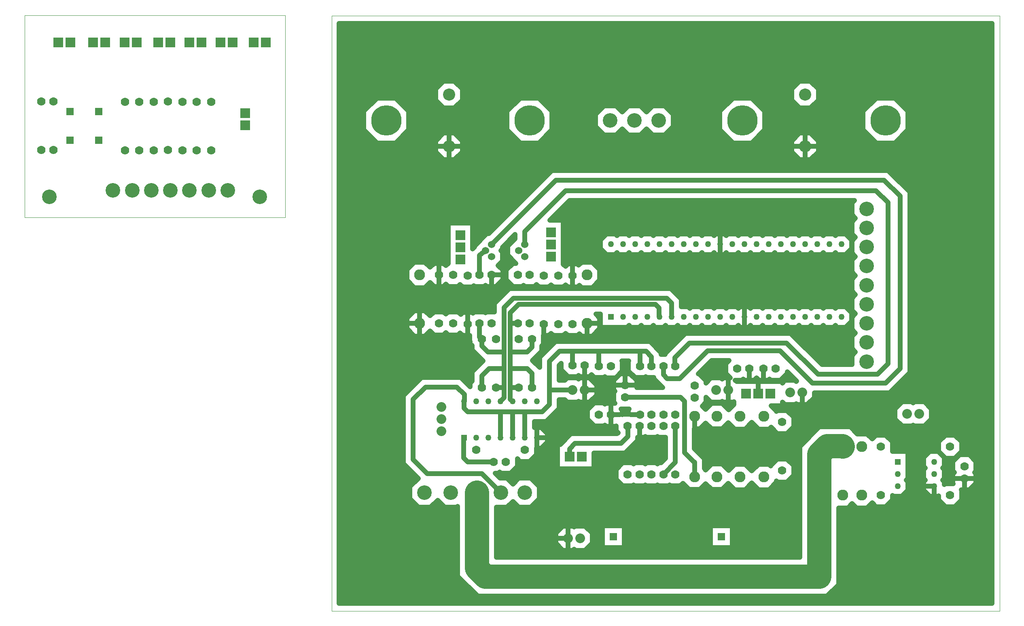
<source format=gbr>
G04 PROTEUS GERBER X2 FILE*
%TF.GenerationSoftware,Labcenter,Proteus,8.15-SP1-Build34318*%
%TF.CreationDate,2023-09-22T11:42:13+00:00*%
%TF.FileFunction,Copper,L1,Top*%
%TF.FilePolarity,Positive*%
%TF.Part,Single*%
%TF.SameCoordinates,{8a78c1d3-1a7b-4f14-8512-878e163c9550}*%
%FSLAX45Y45*%
%MOMM*%
G01*
%TA.AperFunction,Conductor*%
%ADD10C,1.016000*%
%ADD11C,5.080000*%
%TA.AperFunction,ComponentPad*%
%ADD12C,2.286000*%
%ADD13C,1.778000*%
%TA.AperFunction,ComponentPad*%
%ADD14R,2.032000X2.032000*%
%TA.AperFunction,ComponentPad*%
%ADD15C,2.032000*%
%TA.AperFunction,ComponentPad*%
%ADD16R,1.270000X1.270000*%
%ADD17C,1.270000*%
%TA.AperFunction,ComponentPad*%
%ADD18R,1.524000X1.524000*%
%TA.AperFunction,ComponentPad*%
%ADD19C,1.524000*%
%TA.AperFunction,OtherPad,Unknown*%
%ADD70C,3.048000*%
%TA.AperFunction,ComponentPad*%
%ADD71C,2.540000*%
%ADD20C,6.350000*%
%TA.AperFunction,ComponentPad*%
%ADD21C,3.048000*%
%TA.AperFunction,Profile*%
%ADD22C,0.101600*%
%TD.AperFunction*%
%TA.AperFunction,Conductor*%
G36*
X+7876500Y-3516500D02*
X-5786500Y-3516500D01*
X-5786500Y+8636500D01*
X+7876500Y+8636500D01*
X+7876500Y-3516500D01*
G37*
%TD.AperFunction*%
%LPC*%
G36*
X+5764081Y+5493683D02*
X+6157564Y+5100200D01*
X+6157564Y+1320198D01*
X+5734167Y+896801D01*
X+4157999Y+896801D01*
X+4157999Y+794790D01*
X+4009210Y+646001D01*
X+3798790Y+646001D01*
X+3777000Y+667791D01*
X+3755210Y+646001D01*
X+3544790Y+646001D01*
X+3487999Y+702792D01*
X+3487999Y+620001D01*
X+3257168Y+620001D01*
X+3366699Y+510470D01*
X+3366699Y+507947D01*
X+3384051Y+525299D01*
X+3583949Y+525299D01*
X+3725299Y+383949D01*
X+3725299Y+184051D01*
X+3583949Y+42701D01*
X+3384051Y+42701D01*
X+3251960Y+174791D01*
X+3210470Y+133301D01*
X+2989530Y+133301D01*
X+2850000Y+272831D01*
X+2710470Y+133301D01*
X+2489530Y+133301D01*
X+2358000Y+264831D01*
X+2230470Y+137301D01*
X+2009530Y+137301D01*
X+1885000Y+261831D01*
X+1760470Y+137301D01*
X+1643199Y+137301D01*
X+1643199Y-272303D01*
X+1853199Y-482303D01*
X+1853199Y-692030D01*
X+1885000Y-723831D01*
X+2009530Y-599301D01*
X+2230470Y-599301D01*
X+2362000Y-730831D01*
X+2489530Y-603301D01*
X+2710470Y-603301D01*
X+2850000Y-742831D01*
X+2989530Y-603301D01*
X+3210470Y-603301D01*
X+3242701Y-635532D01*
X+3242701Y-632051D01*
X+3384051Y-490701D01*
X+3583949Y-490701D01*
X+3725299Y-632051D01*
X+3725299Y-831949D01*
X+3583949Y-973299D01*
X+3384051Y-973299D01*
X+3366699Y-955947D01*
X+3366699Y-980470D01*
X+3210470Y-1136699D01*
X+2989530Y-1136699D01*
X+2850000Y-997169D01*
X+2710470Y-1136699D01*
X+2489530Y-1136699D01*
X+2358000Y-1005169D01*
X+2230470Y-1132699D01*
X+2009530Y-1132699D01*
X+1885000Y-1008169D01*
X+1760470Y-1132699D01*
X+1539530Y-1132699D01*
X+1407039Y-1000209D01*
X+1349949Y-1057299D01*
X+1150051Y-1057299D01*
X+1125000Y-1032248D01*
X+1099949Y-1057299D01*
X+900051Y-1057299D01*
X+875000Y-1032248D01*
X+849949Y-1057299D01*
X+650051Y-1057299D01*
X+625000Y-1032248D01*
X+599949Y-1057299D01*
X+400051Y-1057299D01*
X+375000Y-1032248D01*
X+349949Y-1057299D01*
X+150051Y-1057299D01*
X+8701Y-915949D01*
X+8701Y-716051D01*
X+150051Y-574701D01*
X+349949Y-574701D01*
X+375000Y-599752D01*
X+400051Y-574701D01*
X+599949Y-574701D01*
X+625000Y-599752D01*
X+650051Y-574701D01*
X+849949Y-574701D01*
X+875000Y-599752D01*
X+900051Y-574701D01*
X+953933Y-574701D01*
X+1046801Y-481833D01*
X+1046801Y-41299D01*
X+900051Y-41299D01*
X+875000Y-16248D01*
X+849949Y-41299D01*
X+650051Y-41299D01*
X+625000Y-16248D01*
X+599949Y-41299D01*
X+461148Y-41299D01*
X+461148Y-106878D01*
X+197470Y-370556D01*
X-457800Y-370556D01*
X-457800Y-693798D01*
X-1219798Y-693798D01*
X-1219798Y-185800D01*
X-1158747Y-185800D01*
X-937105Y+35842D01*
X+29136Y+35842D01*
X+51023Y+57729D01*
X+8701Y+100051D01*
X+8701Y+201453D01*
X-51Y+192701D01*
X-199949Y+192701D01*
X-228000Y+220752D01*
X-250051Y+198701D01*
X-449949Y+198701D01*
X-591299Y+340051D01*
X-591299Y+539949D01*
X-449949Y+681299D01*
X-250051Y+681299D01*
X-222000Y+653248D01*
X-199949Y+675299D01*
X-16547Y+675299D01*
X-41299Y+700051D01*
X-41299Y+899949D01*
X-14248Y+927000D01*
X-41299Y+954051D01*
X-41299Y+1153949D01*
X+100051Y+1295299D01*
X+299949Y+1295299D01*
X+441299Y+1153949D01*
X+441299Y+1003199D01*
X+985177Y+1003199D01*
X+796801Y+1191575D01*
X+796801Y+1214701D01*
X+650051Y+1214701D01*
X+628999Y+1235751D01*
X+606783Y+1213535D01*
X+406885Y+1213535D01*
X+265535Y+1354885D01*
X+265535Y+1554783D01*
X+272768Y+1562016D01*
X+129232Y+1562016D01*
X+141299Y+1549949D01*
X+141299Y+1350051D01*
X-51Y+1208701D01*
X-199949Y+1208701D01*
X-228001Y+1236751D01*
X-250051Y+1214701D01*
X-449949Y+1214701D01*
X-506166Y+1270918D01*
X-545217Y+1231867D01*
X-745115Y+1231867D01*
X-772166Y+1258918D01*
X-799217Y+1231867D01*
X-999115Y+1231867D01*
X-1140465Y+1373217D01*
X-1140465Y+1515547D01*
X-1182710Y+1473302D01*
X-1182710Y+1153199D01*
X-1060010Y+1153199D01*
X-1009210Y+1203999D01*
X-798790Y+1203999D01*
X-777000Y+1182209D01*
X-755210Y+1203999D01*
X-544790Y+1203999D01*
X-396001Y+1055210D01*
X-396001Y+844790D01*
X-544790Y+696001D01*
X-755210Y+696001D01*
X-777000Y+717791D01*
X-798790Y+696001D01*
X-1009210Y+696001D01*
X-1060010Y+746801D01*
X-1182710Y+746801D01*
X-1182710Y+567839D01*
X-1453748Y+296801D01*
X-1696801Y+296801D01*
X-1696801Y+165899D01*
X-1556572Y+165899D01*
X-1430101Y+39428D01*
X-1430101Y-139428D01*
X-1556572Y-265899D01*
X-1658701Y-265899D01*
X-1658701Y-399949D01*
X-1800051Y-541299D01*
X-1999949Y-541299D01*
X-2058701Y-482547D01*
X-2058701Y-649949D01*
X-2200051Y-791299D01*
X-2399949Y-791299D01*
X-2427001Y-764249D01*
X-2454051Y-791299D01*
X-2521335Y-791299D01*
X-2417433Y-895201D01*
X-2273748Y-895201D01*
X-2150000Y-1018949D01*
X-2026252Y-895201D01*
X-1773748Y-895201D01*
X-1595201Y-1073748D01*
X-1595201Y-1326252D01*
X-1773748Y-1504799D01*
X-2026252Y-1504799D01*
X-2150000Y-1381051D01*
X-2273748Y-1504799D01*
X-2493601Y-1504799D01*
X-2493601Y-2553601D01*
X+3851782Y-2553601D01*
X+3851782Y-228504D01*
X+4260518Y+180232D01*
X+4910502Y+180232D01*
X+5058035Y+32699D01*
X+5260470Y+32699D01*
X+5367960Y-74792D01*
X+5450051Y+7299D01*
X+5649949Y+7299D01*
X+5791299Y-134051D01*
X+5791299Y-333949D01*
X+5791147Y-334101D01*
X+6115899Y-334101D01*
X+6115899Y-893428D01*
X+6078327Y-931000D01*
X+6115899Y-968572D01*
X+6115899Y-1147428D01*
X+5989428Y-1273899D01*
X+5810572Y-1273899D01*
X+5791299Y-1254626D01*
X+5791299Y-1349949D01*
X+5649949Y-1491299D01*
X+5450051Y-1491299D01*
X+5367960Y-1409209D01*
X+5260470Y-1516699D01*
X+5039530Y-1516699D01*
X+4950000Y-1427169D01*
X+4860470Y-1516699D01*
X+4664580Y-1516699D01*
X+4664580Y-3128335D01*
X+4426516Y-3366399D01*
X-2888335Y-3366399D01*
X-3306399Y-2948335D01*
X-3306399Y-1487450D01*
X-3323748Y-1504799D01*
X-3576252Y-1504799D01*
X-3725000Y-1356051D01*
X-3873748Y-1504799D01*
X-4126252Y-1504799D01*
X-4304799Y-1326252D01*
X-4304799Y-1073748D01*
X-4130815Y-899764D01*
X-4441562Y-589017D01*
X-4441562Y+838864D01*
X-4063827Y+1216599D01*
X-3236974Y+1216599D01*
X-3041299Y+1020924D01*
X-3041299Y+1099949D01*
X-3003199Y+1138049D01*
X-3003199Y+1334167D01*
X-2775340Y+1562026D01*
X-2819630Y+1606317D01*
X-3005931Y+1792618D01*
X-3005931Y+1880683D01*
X-3041299Y+1916051D01*
X-3041299Y+1969933D01*
X-3053198Y+1981832D01*
X-3053198Y+2066000D01*
X-3053199Y+2092701D01*
X-3199949Y+2092701D01*
X-3258000Y+2150752D01*
X-3300051Y+2108701D01*
X-3499949Y+2108701D01*
X-3550000Y+2158752D01*
X-3600051Y+2108701D01*
X-3799949Y+2108701D01*
X-3882040Y+2190791D01*
X-3989530Y+2083301D01*
X-4210470Y+2083301D01*
X-4366699Y+2239530D01*
X-4366699Y+2460470D01*
X-4210470Y+2616699D01*
X-3989530Y+2616699D01*
X-3882040Y+2509208D01*
X-3799949Y+2591299D01*
X-3600051Y+2591299D01*
X-3550000Y+2541248D01*
X-3499949Y+2591299D01*
X-3300051Y+2591299D01*
X-3242000Y+2533248D01*
X-3199949Y+2575299D01*
X-3000051Y+2575299D01*
X-2983001Y+2558247D01*
X-2949949Y+2591299D01*
X-2750051Y+2591299D01*
X-2725000Y+2566248D01*
X-2699949Y+2591299D01*
X-2533199Y+2591299D01*
X-2533199Y+2762786D01*
X-2221285Y+3074700D01*
X+1157326Y+3074700D01*
X+1373199Y+2858827D01*
X+1373199Y+2699899D01*
X+1513428Y+2699899D01*
X+1551000Y+2662327D01*
X+1588572Y+2699899D01*
X+1767428Y+2699899D01*
X+1805000Y+2662327D01*
X+1842572Y+2699899D01*
X+2021428Y+2699899D01*
X+2059000Y+2662327D01*
X+2096572Y+2699899D01*
X+2275428Y+2699899D01*
X+2313000Y+2662327D01*
X+2350572Y+2699899D01*
X+2529428Y+2699899D01*
X+2567000Y+2662327D01*
X+2604572Y+2699899D01*
X+2783428Y+2699899D01*
X+2821000Y+2662327D01*
X+2858572Y+2699899D01*
X+3037428Y+2699899D01*
X+3075000Y+2662327D01*
X+3112572Y+2699899D01*
X+3291428Y+2699899D01*
X+3329000Y+2662327D01*
X+3366572Y+2699899D01*
X+3545428Y+2699899D01*
X+3583000Y+2662327D01*
X+3620572Y+2699899D01*
X+3799428Y+2699899D01*
X+3837000Y+2662327D01*
X+3874572Y+2699899D01*
X+4053428Y+2699899D01*
X+4091000Y+2662327D01*
X+4128572Y+2699899D01*
X+4307428Y+2699899D01*
X+4345000Y+2662327D01*
X+4382572Y+2699899D01*
X+4561428Y+2699899D01*
X+4599000Y+2662327D01*
X+4636572Y+2699899D01*
X+4815428Y+2699899D01*
X+4941899Y+2573428D01*
X+4941899Y+2394572D01*
X+4815428Y+2268101D01*
X+4636572Y+2268101D01*
X+4599000Y+2305673D01*
X+4561428Y+2268101D01*
X+4382572Y+2268101D01*
X+4345000Y+2305673D01*
X+4307428Y+2268101D01*
X+4128572Y+2268101D01*
X+4091000Y+2305673D01*
X+4053428Y+2268101D01*
X+3874572Y+2268101D01*
X+3837000Y+2305673D01*
X+3799428Y+2268101D01*
X+3620572Y+2268101D01*
X+3583000Y+2305673D01*
X+3545428Y+2268101D01*
X+3366572Y+2268101D01*
X+3329000Y+2305673D01*
X+3291428Y+2268101D01*
X+3112572Y+2268101D01*
X+3075000Y+2305673D01*
X+3037428Y+2268101D01*
X+2858572Y+2268101D01*
X+2821000Y+2305673D01*
X+2783428Y+2268101D01*
X+2604572Y+2268101D01*
X+2567000Y+2305673D01*
X+2529428Y+2268101D01*
X+2350572Y+2268101D01*
X+2313000Y+2305673D01*
X+2275428Y+2268101D01*
X+2096572Y+2268101D01*
X+2059000Y+2305673D01*
X+2021428Y+2268101D01*
X+1842572Y+2268101D01*
X+1805000Y+2305673D01*
X+1767428Y+2268101D01*
X+1588572Y+2268101D01*
X+1551000Y+2305673D01*
X+1513428Y+2268101D01*
X+1334572Y+2268101D01*
X+1297000Y+2305673D01*
X+1259428Y+2268101D01*
X+1080572Y+2268101D01*
X+1042999Y+2305672D01*
X+1005428Y+2268101D01*
X+826572Y+2268101D01*
X+789000Y+2305673D01*
X+751428Y+2268101D01*
X+572572Y+2268101D01*
X+535000Y+2305673D01*
X+497428Y+2268101D01*
X+318572Y+2268101D01*
X+281000Y+2305673D01*
X+243428Y+2268101D01*
X-315899Y+2268101D01*
X-315899Y+2541382D01*
X-414213Y+2541382D01*
X-333301Y+2460470D01*
X-333301Y+2239530D01*
X-489530Y+2083301D01*
X-710470Y+2083301D01*
X-759961Y+2132791D01*
X-800051Y+2092701D01*
X-999949Y+2092701D01*
X-1050000Y+2142752D01*
X-1100051Y+2092701D01*
X-1299949Y+2092701D01*
X-1350000Y+2142752D01*
X-1400051Y+2092701D01*
X-1508701Y+2092701D01*
X-1508701Y+1916051D01*
X-1546801Y+1877951D01*
X-1546801Y+1765833D01*
X-1737634Y+1575000D01*
X-1589108Y+1426474D01*
X-1589108Y+1641636D01*
X-1262331Y+1968413D01*
X-984169Y+1968413D01*
X-984168Y+1968414D01*
X+718952Y+1968414D01*
X+953199Y+1734167D01*
X+953199Y+1697299D01*
X+1035507Y+1697299D01*
X+1035507Y+1716966D01*
X+1458471Y+2139930D01*
X+3660703Y+2139930D01*
X+4317434Y+1483199D01*
X+4945201Y+1483199D01*
X+4945201Y+1676252D01*
X+5018949Y+1750000D01*
X+4945201Y+1823748D01*
X+4945201Y+2076252D01*
X+5018949Y+2150000D01*
X+4945201Y+2223748D01*
X+4945201Y+2476252D01*
X+5018949Y+2550000D01*
X+4945201Y+2623748D01*
X+4945201Y+2876252D01*
X+5018949Y+2950000D01*
X+4945201Y+3023748D01*
X+4945201Y+3276252D01*
X+5018949Y+3350000D01*
X+4945201Y+3423748D01*
X+4945201Y+3676252D01*
X+5018949Y+3750000D01*
X+4945201Y+3823748D01*
X+4945201Y+4076252D01*
X+5018949Y+4150000D01*
X+4945201Y+4223748D01*
X+4945201Y+4476252D01*
X+5018949Y+4550000D01*
X+4945201Y+4623748D01*
X+4945201Y+4876252D01*
X+4995750Y+4926801D01*
X-958696Y+4926801D01*
X-1373498Y+4511999D01*
X-1096001Y+4511999D01*
X-1096001Y+3587249D01*
X-1050000Y+3541248D01*
X-999949Y+3591299D01*
X-800051Y+3591299D01*
X-775961Y+3567208D01*
X-710470Y+3632699D01*
X-489530Y+3632699D01*
X-333301Y+3476470D01*
X-333301Y+3255530D01*
X-489530Y+3099301D01*
X-710470Y+3099301D01*
X-759961Y+3148791D01*
X-800051Y+3108701D01*
X-999949Y+3108701D01*
X-1050000Y+3158752D01*
X-1100051Y+3108701D01*
X-1299949Y+3108701D01*
X-1350000Y+3158752D01*
X-1400051Y+3108701D01*
X-1599949Y+3108701D01*
X-1658000Y+3166752D01*
X-1700051Y+3124701D01*
X-1899949Y+3124701D01*
X-1925000Y+3149752D01*
X-1950051Y+3124701D01*
X-2149949Y+3124701D01*
X-2291299Y+3266051D01*
X-2291299Y+3465949D01*
X-2149949Y+3607299D01*
X-2084587Y+3607299D01*
X-2255599Y+3778311D01*
X-2255599Y+3967689D01*
X-2103199Y+4120089D01*
X-2103199Y+4209435D01*
X-2371401Y+3941233D01*
X-2371401Y+3905311D01*
X-2403712Y+3873000D01*
X-2371401Y+3840689D01*
X-2371401Y+3651311D01*
X-2457732Y+3564980D01*
X-2358701Y+3465949D01*
X-2358701Y+3266051D01*
X-2500051Y+3124701D01*
X-2699949Y+3124701D01*
X-2725001Y+3149751D01*
X-2750051Y+3124701D01*
X-2949949Y+3124701D01*
X-2967000Y+3141752D01*
X-3000051Y+3108701D01*
X-3199949Y+3108701D01*
X-3258000Y+3166752D01*
X-3300051Y+3124701D01*
X-3499949Y+3124701D01*
X-3550000Y+3174752D01*
X-3600051Y+3124701D01*
X-3799949Y+3124701D01*
X-3882040Y+3206791D01*
X-3989530Y+3099301D01*
X-4210470Y+3099301D01*
X-4366699Y+3255530D01*
X-4366699Y+3476470D01*
X-4210470Y+3632699D01*
X-3989530Y+3632699D01*
X-3882040Y+3525208D01*
X-3799949Y+3607299D01*
X-3600051Y+3607299D01*
X-3550000Y+3557248D01*
X-3503999Y+3603249D01*
X-3503999Y+4453999D01*
X-2996001Y+4453999D01*
X-2996001Y+3910029D01*
X-2955599Y+3950431D01*
X-2955599Y+3967689D01*
X-2694689Y+4228599D01*
X-2658767Y+4228599D01*
X-1334167Y+5553199D01*
X+5704565Y+5553199D01*
X+5764081Y+5493683D01*
G37*
G36*
X+4941899Y+4097428D02*
X+4941899Y+3918572D01*
X+4815428Y+3792101D01*
X+4636572Y+3792101D01*
X+4599000Y+3829673D01*
X+4561428Y+3792101D01*
X+4382572Y+3792101D01*
X+4345000Y+3829673D01*
X+4307428Y+3792101D01*
X+4128572Y+3792101D01*
X+4091000Y+3829673D01*
X+4053428Y+3792101D01*
X+3874572Y+3792101D01*
X+3837000Y+3829673D01*
X+3799428Y+3792101D01*
X+3620572Y+3792101D01*
X+3583000Y+3829673D01*
X+3545428Y+3792101D01*
X+3366572Y+3792101D01*
X+3329000Y+3829673D01*
X+3291428Y+3792101D01*
X+3112572Y+3792101D01*
X+3075000Y+3829673D01*
X+3037428Y+3792101D01*
X+2858572Y+3792101D01*
X+2821000Y+3829673D01*
X+2783428Y+3792101D01*
X+2604572Y+3792101D01*
X+2567000Y+3829673D01*
X+2529428Y+3792101D01*
X+2350572Y+3792101D01*
X+2313000Y+3829673D01*
X+2275428Y+3792101D01*
X+2096572Y+3792101D01*
X+2059000Y+3829673D01*
X+2021428Y+3792101D01*
X+1842572Y+3792101D01*
X+1805000Y+3829673D01*
X+1767428Y+3792101D01*
X+1588572Y+3792101D01*
X+1551000Y+3829673D01*
X+1513428Y+3792101D01*
X+1334572Y+3792101D01*
X+1297000Y+3829673D01*
X+1259428Y+3792101D01*
X+1080572Y+3792101D01*
X+1043000Y+3829673D01*
X+1005428Y+3792101D01*
X+826572Y+3792101D01*
X+789000Y+3829673D01*
X+751428Y+3792101D01*
X+572572Y+3792101D01*
X+535000Y+3829673D01*
X+497428Y+3792101D01*
X+318572Y+3792101D01*
X+281000Y+3829673D01*
X+243428Y+3792101D01*
X+64572Y+3792101D01*
X+27000Y+3829673D01*
X-10572Y+3792101D01*
X-189428Y+3792101D01*
X-315899Y+3918572D01*
X-315899Y+4097428D01*
X-189428Y+4223899D01*
X-10572Y+4223899D01*
X+27000Y+4186327D01*
X+64572Y+4223899D01*
X+243428Y+4223899D01*
X+281000Y+4186327D01*
X+318572Y+4223899D01*
X+497428Y+4223899D01*
X+535000Y+4186327D01*
X+572572Y+4223899D01*
X+751428Y+4223899D01*
X+789000Y+4186327D01*
X+826572Y+4223899D01*
X+1005428Y+4223899D01*
X+1043000Y+4186327D01*
X+1080572Y+4223899D01*
X+1259428Y+4223899D01*
X+1297000Y+4186327D01*
X+1334572Y+4223899D01*
X+1513428Y+4223899D01*
X+1551000Y+4186327D01*
X+1588572Y+4223899D01*
X+1767428Y+4223899D01*
X+1805000Y+4186327D01*
X+1842572Y+4223899D01*
X+2021428Y+4223899D01*
X+2059000Y+4186327D01*
X+2096572Y+4223899D01*
X+2275428Y+4223899D01*
X+2313000Y+4186327D01*
X+2350572Y+4223899D01*
X+2529428Y+4223899D01*
X+2567000Y+4186327D01*
X+2604572Y+4223899D01*
X+2783428Y+4223899D01*
X+2821000Y+4186327D01*
X+2858572Y+4223899D01*
X+3037428Y+4223899D01*
X+3075000Y+4186327D01*
X+3112572Y+4223899D01*
X+3291428Y+4223899D01*
X+3329000Y+4186327D01*
X+3366572Y+4223899D01*
X+3545428Y+4223899D01*
X+3583000Y+4186327D01*
X+3620572Y+4223899D01*
X+3799428Y+4223899D01*
X+3837000Y+4186327D01*
X+3874572Y+4223899D01*
X+4053428Y+4223899D01*
X+4091000Y+4186327D01*
X+4128572Y+4223899D01*
X+4307428Y+4223899D01*
X+4345000Y+4186327D01*
X+4382572Y+4223899D01*
X+4561428Y+4223899D01*
X+4599000Y+4186327D01*
X+4636572Y+4223899D01*
X+4815428Y+4223899D01*
X+4941899Y+4097428D01*
G37*
G36*
X-492001Y-2044790D02*
X-492001Y-2255210D01*
X-640790Y-2403999D01*
X-851210Y-2403999D01*
X-873000Y-2382209D01*
X-894790Y-2403999D01*
X-1105210Y-2403999D01*
X-1253999Y-2255210D01*
X-1253999Y-2044790D01*
X-1105210Y-1896001D01*
X-894790Y-1896001D01*
X-873000Y-1917791D01*
X-851210Y-1896001D01*
X-640790Y-1896001D01*
X-492001Y-2044790D01*
G37*
G36*
X-278599Y-1887401D02*
X+178599Y-1887401D01*
X+178599Y-2344599D01*
X-278599Y-2344599D01*
X-278599Y-1887401D01*
G37*
G36*
X+1981401Y-1887401D02*
X+2438599Y-1887401D01*
X+2438599Y-2344599D01*
X+1981401Y-2344599D01*
X+1981401Y-1887401D01*
G37*
G36*
X-3371089Y+5777041D02*
X-3602551Y+5777041D01*
X-3766219Y+5940709D01*
X-3766219Y+6172171D01*
X-3602551Y+6335839D01*
X-3371089Y+6335839D01*
X-3207421Y+6172171D01*
X-3207421Y+5940709D01*
X-3371089Y+5777041D01*
G37*
G36*
X-3371089Y+6864161D02*
X-3602551Y+6864161D01*
X-3766219Y+7027829D01*
X-3766219Y+7259291D01*
X-3602551Y+7422959D01*
X-3371089Y+7422959D01*
X-3207421Y+7259291D01*
X-3207421Y+7027829D01*
X-3371089Y+6864161D01*
G37*
G36*
X-4605361Y+6130101D02*
X-4994639Y+6130101D01*
X-5269899Y+6405361D01*
X-5269899Y+6794639D01*
X-4994639Y+7069899D01*
X-4605361Y+7069899D01*
X-4330101Y+6794639D01*
X-4330101Y+6405361D01*
X-4605361Y+6130101D01*
G37*
G36*
X-1608161Y+6130101D02*
X-1997439Y+6130101D01*
X-2272699Y+6405361D01*
X-2272699Y+6794639D01*
X-1997439Y+7069899D01*
X-1608161Y+7069899D01*
X-1332901Y+6794639D01*
X-1332901Y+6405361D01*
X-1608161Y+6130101D01*
G37*
G36*
X+4078911Y+5777041D02*
X+3847449Y+5777041D01*
X+3683781Y+5940709D01*
X+3683781Y+6172171D01*
X+3847449Y+6335839D01*
X+4078911Y+6335839D01*
X+4242579Y+6172171D01*
X+4242579Y+5940709D01*
X+4078911Y+5777041D01*
G37*
G36*
X+4078911Y+6864161D02*
X+3847449Y+6864161D01*
X+3683781Y+7027829D01*
X+3683781Y+7259291D01*
X+3847449Y+7422959D01*
X+4078911Y+7422959D01*
X+4242579Y+7259291D01*
X+4242579Y+7027829D01*
X+4078911Y+6864161D01*
G37*
G36*
X+2844639Y+6130101D02*
X+2455361Y+6130101D01*
X+2180101Y+6405361D01*
X+2180101Y+6794639D01*
X+2455361Y+7069899D01*
X+2844639Y+7069899D01*
X+3119899Y+6794639D01*
X+3119899Y+6405361D01*
X+2844639Y+6130101D01*
G37*
G36*
X+5841839Y+6130101D02*
X+5452561Y+6130101D01*
X+5177301Y+6405361D01*
X+5177301Y+6794639D01*
X+5452561Y+7069899D01*
X+5841839Y+7069899D01*
X+6117099Y+6794639D01*
X+6117099Y+6405361D01*
X+5841839Y+6130101D01*
G37*
G36*
X+1204799Y+6726252D02*
X+1204799Y+6473748D01*
X+1026252Y+6295201D01*
X+773748Y+6295201D01*
X+646000Y+6422949D01*
X+518252Y+6295201D01*
X+265748Y+6295201D01*
X+138000Y+6422949D01*
X+10252Y+6295201D01*
X-242252Y+6295201D01*
X-420799Y+6473748D01*
X-420799Y+6726252D01*
X-242252Y+6904799D01*
X+10252Y+6904799D01*
X+138000Y+6777051D01*
X+265748Y+6904799D01*
X+518252Y+6904799D01*
X+646000Y+6777051D01*
X+773748Y+6904799D01*
X+1026252Y+6904799D01*
X+1204799Y+6726252D01*
G37*
G36*
X+6607999Y+555210D02*
X+6607999Y+344790D01*
X+6459210Y+196001D01*
X+6248790Y+196001D01*
X+6227000Y+217791D01*
X+6205210Y+196001D01*
X+5994790Y+196001D01*
X+5846001Y+344790D01*
X+5846001Y+555210D01*
X+5994790Y+703999D01*
X+6205210Y+703999D01*
X+6227000Y+682209D01*
X+6248790Y+703999D01*
X+6459210Y+703999D01*
X+6607999Y+555210D01*
G37*
G36*
X+6877899Y-460572D02*
X+6877899Y-639428D01*
X+6840327Y-677000D01*
X+6877899Y-714572D01*
X+6877899Y-893428D01*
X+6840327Y-931000D01*
X+6877899Y-968572D01*
X+6877899Y-1030853D01*
X+6900051Y-1008701D01*
X+7067453Y-1008701D01*
X+7058701Y-999949D01*
X+7058701Y-800051D01*
X+7085752Y-773000D01*
X+7058701Y-745949D01*
X+7058701Y-546051D01*
X+7200051Y-404701D01*
X+7399949Y-404701D01*
X+7541299Y-546051D01*
X+7541299Y-745949D01*
X+7514248Y-773000D01*
X+7541299Y-800051D01*
X+7541299Y-999949D01*
X+7399949Y-1141299D01*
X+7232547Y-1141299D01*
X+7241299Y-1150051D01*
X+7241299Y-1349949D01*
X+7099949Y-1491299D01*
X+6900051Y-1491299D01*
X+6758701Y-1349949D01*
X+6758701Y-1266626D01*
X+6751428Y-1273899D01*
X+6572572Y-1273899D01*
X+6446101Y-1147428D01*
X+6446101Y-968572D01*
X+6483673Y-931000D01*
X+6446101Y-893428D01*
X+6446101Y-714572D01*
X+6483673Y-677000D01*
X+6446101Y-639428D01*
X+6446101Y-460572D01*
X+6572572Y-334101D01*
X+6751428Y-334101D01*
X+6877899Y-460572D01*
G37*
G36*
X+7099949Y-475299D02*
X+6900051Y-475299D01*
X+6758701Y-333949D01*
X+6758701Y-134051D01*
X+6900051Y+7299D01*
X+7099949Y+7299D01*
X+7241299Y-134051D01*
X+7241299Y-333949D01*
X+7099949Y-475299D01*
G37*
%LPD*%
%TA.AperFunction,Conductor*%
G36*
X+2304701Y+1499949D02*
X+2304701Y+1300051D01*
X+2400753Y+1203999D01*
X+2248790Y+1203999D01*
X+2227000Y+1182209D01*
X+2205210Y+1203999D01*
X+1994790Y+1203999D01*
X+1891299Y+1100508D01*
X+1891299Y+1149949D01*
X+1749949Y+1291299D01*
X+1728987Y+1291299D01*
X+2007306Y+1569618D01*
X+2374370Y+1569618D01*
X+2304701Y+1499949D01*
G37*
%TD.AperFunction*%
%TA.AperFunction,Conductor*%
G36*
X+3785959Y+1141168D02*
X+3777000Y+1132209D01*
X+3755210Y+1153999D01*
X+3544790Y+1153999D01*
X+3487999Y+1097208D01*
X+3487999Y+1127999D01*
X+2535210Y+1127999D01*
X+2504508Y+1158701D01*
X+2645949Y+1158701D01*
X+2673000Y+1185752D01*
X+2700051Y+1158701D01*
X+2899949Y+1158701D01*
X+2948000Y+1206752D01*
X+2996051Y+1158701D01*
X+3195949Y+1158701D01*
X+3223000Y+1185752D01*
X+3250051Y+1158701D01*
X+3449949Y+1158701D01*
X+3591299Y+1300051D01*
X+3591299Y+1335829D01*
X+3785959Y+1141168D01*
G37*
%TD.AperFunction*%
%TA.AperFunction,Conductor*%
G36*
X+1994790Y+696001D02*
X+2205210Y+696001D01*
X+2227000Y+717791D01*
X+2248790Y+696001D01*
X+2459210Y+696001D01*
X+2472001Y+708792D01*
X+2472001Y+649170D01*
X+2362000Y+539169D01*
X+2230470Y+670699D01*
X+2009530Y+670699D01*
X+1884999Y+546168D01*
X+1813208Y+617960D01*
X+1891299Y+696051D01*
X+1891299Y+799492D01*
X+1994790Y+696001D01*
G37*
%TD.AperFunction*%
%TA.AperFunction,Conductor*%
G36*
X+265535Y+538783D02*
X+265535Y+441299D01*
X+150051Y+441299D01*
X+141299Y+432547D01*
X+141299Y+533949D01*
X+116547Y+558701D01*
X+285453Y+558701D01*
X+265535Y+538783D01*
G37*
%TD.AperFunction*%
D10*
X+1000000Y-816000D02*
X+1250000Y-566000D01*
X+1250000Y+200000D01*
X-2554000Y-550000D02*
X-3094926Y-550000D01*
X-3177240Y-467686D01*
X-3177240Y-57240D01*
X-3170000Y-50000D01*
X+506834Y+1454834D02*
X+506834Y+1758381D01*
X+500000Y+1765215D01*
X+634785Y+1765215D01*
X+750000Y+1650000D01*
X+750000Y+1456000D01*
X-350000Y+1456000D02*
X-350000Y+1765215D01*
X+500000Y+1765215D01*
X-899166Y+1473166D02*
X-899166Y+1764381D01*
X-900000Y+1765215D01*
X-350000Y+1765215D01*
X-904000Y+950000D02*
X-1385909Y+950000D01*
X-1385909Y+1557469D01*
X-1178163Y+1765215D01*
X-900000Y+1765215D01*
X-1900000Y-50000D02*
X-1900000Y+500000D01*
X-1537915Y+500000D01*
X-1385909Y+652006D01*
X-1385909Y+950000D01*
X-2154000Y-50000D02*
X-2154000Y+488784D01*
X-2165216Y+500000D01*
X-1900000Y+500000D01*
X-2408000Y-50000D02*
X-2408000Y+484081D01*
X-2423919Y+500000D01*
X-3170000Y+712000D02*
X-3170000Y+570000D01*
X-3100000Y+500000D01*
X-2423919Y+500000D01*
X-2165216Y+500000D01*
X-2850000Y+3366000D02*
X-2850000Y+3768664D01*
X-2803200Y+3815464D01*
X-2727000Y+3873000D01*
X-2500000Y+1000000D02*
X-2330000Y+1000000D01*
X-2408000Y+712000D02*
X-2330000Y+790000D01*
X-2330000Y+1000000D01*
X-2030000Y+1004000D02*
X-2192381Y+1004000D01*
X-2203010Y+1014629D01*
X-2154000Y+712000D02*
X-2203010Y+761010D01*
X-2203010Y+941297D01*
X-2203010Y+1014629D01*
X-1750000Y+1000000D02*
X-1750000Y+1300000D01*
X-1850000Y+1400000D01*
X-2203010Y+1400000D01*
X-2203010Y+1014629D02*
X-2203010Y+1400000D01*
X-1750000Y+2016000D02*
X-1750000Y+1850000D01*
X-1850000Y+1750000D01*
X-2203010Y+1750000D01*
X-2203010Y+1400000D02*
X-2203010Y+1750000D01*
X-2203010Y+2350000D02*
X-2050000Y+2350000D01*
X-2203010Y+1750000D02*
X-2203010Y+2350000D01*
X-2203010Y+2573582D01*
X-2032011Y+2744581D01*
X+832113Y+2744581D01*
X+908447Y+2668247D01*
X+908447Y+2491553D01*
X+916000Y+2484000D01*
X-2330000Y+1400000D02*
X-2650000Y+1400000D01*
X-2800000Y+1250000D01*
X-2800000Y+1000000D01*
X-2330000Y+1000000D02*
X-2330000Y+1400000D01*
X-2330000Y+1750000D02*
X-2675947Y+1750000D01*
X-2802732Y+1876785D01*
X-2802732Y+2013268D01*
X-2800000Y+2016000D01*
X-2330000Y+1400000D02*
X-2330000Y+1750000D01*
X-2330000Y+2678619D01*
X-2137118Y+2871501D01*
X+1073159Y+2871501D01*
X+1170000Y+2774660D01*
X+1170000Y+2484000D01*
X-2850000Y+2350000D02*
X-2850000Y+2066000D01*
X-2800000Y+2016000D01*
X-965799Y-439799D02*
X-965799Y-280218D01*
X-852938Y-167357D01*
X+113303Y-167357D01*
X+257949Y-22711D01*
X+257949Y+192051D01*
X+250000Y+200000D01*
X-2400000Y-1200000D02*
X-2796813Y-803187D01*
X-3013223Y-803187D01*
X-3940026Y-803187D01*
X-4238363Y-504850D01*
X-4238363Y+754697D01*
X-3979660Y+1013400D01*
X-3321141Y+1013400D01*
X-3164352Y+856611D01*
X-3164352Y+717648D01*
X-3170000Y+712000D01*
D11*
X-2900000Y-1200000D02*
X-2900000Y-2780000D01*
X-2720000Y-2960000D01*
X+4258181Y-2960000D01*
X+4258181Y-396839D01*
X+4428853Y-226167D01*
X+4742167Y-226167D01*
X+4750000Y-234000D01*
D10*
X+200000Y+800000D02*
X+1360000Y+800000D01*
X+1440000Y+720000D01*
X+1440000Y-356470D01*
X+1627215Y-543685D01*
X+1650000Y-566470D01*
X+1650000Y-866000D01*
X+1000000Y+1456000D02*
X+1000000Y+1275742D01*
X+1081935Y+1193807D01*
X+1344129Y+1193807D01*
X+1923139Y+1772817D01*
X+3441677Y+1772817D01*
X+4114494Y+1100000D01*
X+5650000Y+1100000D01*
X+5954365Y+1404365D01*
X+5954365Y+5016033D01*
X+5620398Y+5350000D01*
X-1250000Y+5350000D01*
X-2600000Y+4000000D01*
X-1900000Y+4000000D02*
X-1900000Y+4272863D01*
X-1042863Y+5130000D01*
X+5450000Y+5130000D01*
X+5700000Y+4880000D01*
X+5700000Y+1500000D01*
X+5480000Y+1280000D01*
X+4233267Y+1280000D01*
X+3576536Y+1936731D01*
X+1542638Y+1936731D01*
X+1238706Y+1632799D01*
X+1238706Y+1467294D01*
X+1250000Y+1456000D01*
X+7876500Y-3516500D02*
X-5786500Y-3516500D01*
X-5786500Y+8636500D01*
X+7876500Y+8636500D01*
X+7876500Y-3516500D01*
X+5764081Y+5493683D02*
X+6157564Y+5100200D01*
X+6157564Y+1320198D01*
X+5734167Y+896801D01*
X+4157999Y+896801D01*
X+4157999Y+794790D01*
X+4009210Y+646001D01*
X+3798790Y+646001D01*
X+3777000Y+667791D01*
X+3755210Y+646001D01*
X+3544790Y+646001D01*
X+3487999Y+702792D01*
X+3487999Y+620001D01*
X+3257168Y+620001D01*
X+3366699Y+510470D01*
X+3366699Y+507947D01*
X+3384051Y+525299D01*
X+3583949Y+525299D01*
X+3725299Y+383949D01*
X+3725299Y+184051D01*
X+3583949Y+42701D01*
X+3384051Y+42701D01*
X+3251960Y+174791D01*
X+3210470Y+133301D01*
X+2989530Y+133301D01*
X+2850000Y+272831D01*
X+2710470Y+133301D01*
X+2489530Y+133301D01*
X+2358000Y+264831D01*
X+2230470Y+137301D01*
X+2009530Y+137301D01*
X+1885000Y+261831D01*
X+1760470Y+137301D01*
X+1643199Y+137301D01*
X+1643199Y-272303D01*
X+1853199Y-482303D01*
X+1853199Y-692030D01*
X+1885000Y-723831D01*
X+2009530Y-599301D01*
X+2230470Y-599301D01*
X+2362000Y-730831D01*
X+2489530Y-603301D01*
X+2710470Y-603301D01*
X+2850000Y-742831D01*
X+2989530Y-603301D01*
X+3210470Y-603301D01*
X+3242701Y-635532D01*
X+3242701Y-632051D01*
X+3384051Y-490701D01*
X+3583949Y-490701D01*
X+3725299Y-632051D01*
X+3725299Y-831949D01*
X+3583949Y-973299D01*
X+3384051Y-973299D01*
X+3366699Y-955947D01*
X+3366699Y-980470D01*
X+3210470Y-1136699D01*
X+2989530Y-1136699D01*
X+2850000Y-997169D01*
X+2710470Y-1136699D01*
X+2489530Y-1136699D01*
X+2358000Y-1005169D01*
X+2230470Y-1132699D01*
X+2009530Y-1132699D01*
X+1885000Y-1008169D01*
X+1760470Y-1132699D01*
X+1539530Y-1132699D01*
X+1407039Y-1000209D01*
X+1349949Y-1057299D01*
X+1150051Y-1057299D01*
X+1125000Y-1032248D01*
X+1099949Y-1057299D01*
X+900051Y-1057299D01*
X+875000Y-1032248D01*
X+849949Y-1057299D01*
X+650051Y-1057299D01*
X+625000Y-1032248D01*
X+599949Y-1057299D01*
X+400051Y-1057299D01*
X+375000Y-1032248D01*
X+349949Y-1057299D01*
X+150051Y-1057299D01*
X+8701Y-915949D01*
X+8701Y-716051D01*
X+150051Y-574701D01*
X+349949Y-574701D01*
X+375000Y-599752D01*
X+400051Y-574701D01*
X+599949Y-574701D01*
X+625000Y-599752D01*
X+650051Y-574701D01*
X+849949Y-574701D01*
X+875000Y-599752D01*
X+900051Y-574701D01*
X+953933Y-574701D01*
X+1046801Y-481833D01*
X+1046801Y-41299D01*
X+900051Y-41299D01*
X+875000Y-16248D01*
X+849949Y-41299D01*
X+650051Y-41299D01*
X+625000Y-16248D01*
X+599949Y-41299D01*
X+461148Y-41299D01*
X+461148Y-106878D01*
X+197470Y-370556D01*
X-457800Y-370556D01*
X-457800Y-693798D01*
X-1219798Y-693798D01*
X-1219798Y-185800D01*
X-1158747Y-185800D01*
X-937105Y+35842D01*
X+29136Y+35842D01*
X+51023Y+57729D01*
X+8701Y+100051D01*
X+8701Y+201453D01*
X-51Y+192701D01*
X-199949Y+192701D01*
X-228000Y+220752D01*
X-250051Y+198701D01*
X-449949Y+198701D01*
X-591299Y+340051D01*
X-591299Y+539949D01*
X-449949Y+681299D01*
X-250051Y+681299D01*
X-222000Y+653248D01*
X-199949Y+675299D01*
X-16547Y+675299D01*
X-41299Y+700051D01*
X-41299Y+899949D01*
X-14248Y+927000D01*
X-41299Y+954051D01*
X-41299Y+1153949D01*
X+100051Y+1295299D01*
X+299949Y+1295299D01*
X+441299Y+1153949D01*
X+441299Y+1003199D01*
X+985177Y+1003199D01*
X+796801Y+1191575D01*
X+796801Y+1214701D01*
X+650051Y+1214701D01*
X+628999Y+1235751D01*
X+606783Y+1213535D01*
X+406885Y+1213535D01*
X+265535Y+1354885D01*
X+265535Y+1554783D01*
X+272768Y+1562016D01*
X+129232Y+1562016D01*
X+141299Y+1549949D01*
X+141299Y+1350051D01*
X-51Y+1208701D01*
X-199949Y+1208701D01*
X-228001Y+1236751D01*
X-250051Y+1214701D01*
X-449949Y+1214701D01*
X-506166Y+1270918D01*
X-545217Y+1231867D01*
X-745115Y+1231867D01*
X-772166Y+1258918D01*
X-799217Y+1231867D01*
X-999115Y+1231867D01*
X-1140465Y+1373217D01*
X-1140465Y+1515547D01*
X-1182710Y+1473302D01*
X-1182710Y+1153199D01*
X-1060010Y+1153199D01*
X-1009210Y+1203999D01*
X-798790Y+1203999D01*
X-777000Y+1182209D01*
X-755210Y+1203999D01*
X-544790Y+1203999D01*
X-396001Y+1055210D01*
X-396001Y+844790D01*
X-544790Y+696001D01*
X-755210Y+696001D01*
X-777000Y+717791D01*
X-798790Y+696001D01*
X-1009210Y+696001D01*
X-1060010Y+746801D01*
X-1182710Y+746801D01*
X-1182710Y+567839D01*
X-1453748Y+296801D01*
X-1696801Y+296801D01*
X-1696801Y+165899D01*
X-1556572Y+165899D01*
X-1430101Y+39428D01*
X-1430101Y-139428D01*
X-1556572Y-265899D01*
X-1658701Y-265899D01*
X-1658701Y-399949D01*
X-1800051Y-541299D01*
X-1999949Y-541299D01*
X-2058701Y-482547D01*
X-2058701Y-649949D01*
X-2200051Y-791299D01*
X-2399949Y-791299D01*
X-2427001Y-764249D01*
X-2454051Y-791299D01*
X-2521335Y-791299D01*
X-2417433Y-895201D01*
X-2273748Y-895201D01*
X-2150000Y-1018949D01*
X-2026252Y-895201D01*
X-1773748Y-895201D01*
X-1595201Y-1073748D01*
X-1595201Y-1326252D01*
X-1773748Y-1504799D01*
X-2026252Y-1504799D01*
X-2150000Y-1381051D01*
X-2273748Y-1504799D01*
X-2493601Y-1504799D01*
X-2493601Y-2553601D01*
X+3851782Y-2553601D01*
X+3851782Y-228504D01*
X+4260518Y+180232D01*
X+4910502Y+180232D01*
X+5058035Y+32699D01*
X+5260470Y+32699D01*
X+5367960Y-74792D01*
X+5450051Y+7299D01*
X+5649949Y+7299D01*
X+5791299Y-134051D01*
X+5791299Y-333949D01*
X+5791147Y-334101D01*
X+6115899Y-334101D01*
X+6115899Y-893428D01*
X+6078327Y-931000D01*
X+6115899Y-968572D01*
X+6115899Y-1147428D01*
X+5989428Y-1273899D01*
X+5810572Y-1273899D01*
X+5791299Y-1254626D01*
X+5791299Y-1349949D01*
X+5649949Y-1491299D01*
X+5450051Y-1491299D01*
X+5367960Y-1409209D01*
X+5260470Y-1516699D01*
X+5039530Y-1516699D01*
X+4950000Y-1427169D01*
X+4860470Y-1516699D01*
X+4664580Y-1516699D01*
X+4664580Y-3128335D01*
X+4426516Y-3366399D01*
X-2888335Y-3366399D01*
X-3306399Y-2948335D01*
X-3306399Y-1487450D01*
X-3323748Y-1504799D01*
X-3576252Y-1504799D01*
X-3725000Y-1356051D01*
X-3873748Y-1504799D01*
X-4126252Y-1504799D01*
X-4304799Y-1326252D01*
X-4304799Y-1073748D01*
X-4130815Y-899764D01*
X-4441562Y-589017D01*
X-4441562Y+838864D01*
X-4063827Y+1216599D01*
X-3236974Y+1216599D01*
X-3041299Y+1020924D01*
X-3041299Y+1099949D01*
X-3003199Y+1138049D01*
X-3003199Y+1334167D01*
X-2775340Y+1562026D01*
X-2819630Y+1606317D01*
X-3005931Y+1792618D01*
X-3005931Y+1880683D01*
X-3041299Y+1916051D01*
X-3041299Y+1969933D01*
X-3053198Y+1981832D01*
X-3053198Y+2066000D01*
X-3053199Y+2092701D01*
X-3199949Y+2092701D01*
X-3258000Y+2150752D01*
X-3300051Y+2108701D01*
X-3499949Y+2108701D01*
X-3550000Y+2158752D01*
X-3600051Y+2108701D01*
X-3799949Y+2108701D01*
X-3882040Y+2190791D01*
X-3989530Y+2083301D01*
X-4210470Y+2083301D01*
X-4366699Y+2239530D01*
X-4366699Y+2460470D01*
X-4210470Y+2616699D01*
X-3989530Y+2616699D01*
X-3882040Y+2509208D01*
X-3799949Y+2591299D01*
X-3600051Y+2591299D01*
X-3550000Y+2541248D01*
X-3499949Y+2591299D01*
X-3300051Y+2591299D01*
X-3242000Y+2533248D01*
X-3199949Y+2575299D01*
X-3000051Y+2575299D01*
X-2983001Y+2558247D01*
X-2949949Y+2591299D01*
X-2750051Y+2591299D01*
X-2725000Y+2566248D01*
X-2699949Y+2591299D01*
X-2533199Y+2591299D01*
X-2533199Y+2762786D01*
X-2221285Y+3074700D01*
X+1157326Y+3074700D01*
X+1373199Y+2858827D01*
X+1373199Y+2699899D01*
X+1513428Y+2699899D01*
X+1551000Y+2662327D01*
X+1588572Y+2699899D01*
X+1767428Y+2699899D01*
X+1805000Y+2662327D01*
X+1842572Y+2699899D01*
X+2021428Y+2699899D01*
X+2059000Y+2662327D01*
X+2096572Y+2699899D01*
X+2275428Y+2699899D01*
X+2313000Y+2662327D01*
X+2350572Y+2699899D01*
X+2529428Y+2699899D01*
X+2567000Y+2662327D01*
X+2604572Y+2699899D01*
X+2783428Y+2699899D01*
X+2821000Y+2662327D01*
X+2858572Y+2699899D01*
X+3037428Y+2699899D01*
X+3075000Y+2662327D01*
X+3112572Y+2699899D01*
X+3291428Y+2699899D01*
X+3329000Y+2662327D01*
X+3366572Y+2699899D01*
X+3545428Y+2699899D01*
X+3583000Y+2662327D01*
X+3620572Y+2699899D01*
X+3799428Y+2699899D01*
X+3837000Y+2662327D01*
X+3874572Y+2699899D01*
X+4053428Y+2699899D01*
X+4091000Y+2662327D01*
X+4128572Y+2699899D01*
X+4307428Y+2699899D01*
X+4345000Y+2662327D01*
X+4382572Y+2699899D01*
X+4561428Y+2699899D01*
X+4599000Y+2662327D01*
X+4636572Y+2699899D01*
X+4815428Y+2699899D01*
X+4941899Y+2573428D01*
X+4941899Y+2394572D01*
X+4815428Y+2268101D01*
X+4636572Y+2268101D01*
X+4599000Y+2305673D01*
X+4561428Y+2268101D01*
X+4382572Y+2268101D01*
X+4345000Y+2305673D01*
X+4307428Y+2268101D01*
X+4128572Y+2268101D01*
X+4091000Y+2305673D01*
X+4053428Y+2268101D01*
X+3874572Y+2268101D01*
X+3837000Y+2305673D01*
X+3799428Y+2268101D01*
X+3620572Y+2268101D01*
X+3583000Y+2305673D01*
X+3545428Y+2268101D01*
X+3366572Y+2268101D01*
X+3329000Y+2305673D01*
X+3291428Y+2268101D01*
X+3112572Y+2268101D01*
X+3075000Y+2305673D01*
X+3037428Y+2268101D01*
X+2858572Y+2268101D01*
X+2821000Y+2305673D01*
X+2783428Y+2268101D01*
X+2604572Y+2268101D01*
X+2567000Y+2305673D01*
X+2529428Y+2268101D01*
X+2350572Y+2268101D01*
X+2313000Y+2305673D01*
X+2275428Y+2268101D01*
X+2096572Y+2268101D01*
X+2059000Y+2305673D01*
X+2021428Y+2268101D01*
X+1842572Y+2268101D01*
X+1805000Y+2305673D01*
X+1767428Y+2268101D01*
X+1588572Y+2268101D01*
X+1551000Y+2305673D01*
X+1513428Y+2268101D01*
X+1334572Y+2268101D01*
X+1297000Y+2305673D01*
X+1259428Y+2268101D01*
X+1080572Y+2268101D01*
X+1042999Y+2305672D01*
X+1005428Y+2268101D01*
X+826572Y+2268101D01*
X+789000Y+2305673D01*
X+751428Y+2268101D01*
X+572572Y+2268101D01*
X+535000Y+2305673D01*
X+497428Y+2268101D01*
X+318572Y+2268101D01*
X+281000Y+2305673D01*
X+243428Y+2268101D01*
X-315899Y+2268101D01*
X-315899Y+2541382D01*
X-414213Y+2541382D01*
X-333301Y+2460470D01*
X-333301Y+2239530D01*
X-489530Y+2083301D01*
X-710470Y+2083301D01*
X-759961Y+2132791D01*
X-800051Y+2092701D01*
X-999949Y+2092701D01*
X-1050000Y+2142752D01*
X-1100051Y+2092701D01*
X-1299949Y+2092701D01*
X-1350000Y+2142752D01*
X-1400051Y+2092701D01*
X-1508701Y+2092701D01*
X-1508701Y+1916051D01*
X-1546801Y+1877951D01*
X-1546801Y+1765833D01*
X-1737634Y+1575000D01*
X-1589108Y+1426474D01*
X-1589108Y+1641636D01*
X-1262331Y+1968413D01*
X-984169Y+1968413D01*
X-984168Y+1968414D01*
X+718952Y+1968414D01*
X+953199Y+1734167D01*
X+953199Y+1697299D01*
X+1035507Y+1697299D01*
X+1035507Y+1716966D01*
X+1458471Y+2139930D01*
X+3660703Y+2139930D01*
X+4317434Y+1483199D01*
X+4945201Y+1483199D01*
X+4945201Y+1676252D01*
X+5018949Y+1750000D01*
X+4945201Y+1823748D01*
X+4945201Y+2076252D01*
X+5018949Y+2150000D01*
X+4945201Y+2223748D01*
X+4945201Y+2476252D01*
X+5018949Y+2550000D01*
X+4945201Y+2623748D01*
X+4945201Y+2876252D01*
X+5018949Y+2950000D01*
X+4945201Y+3023748D01*
X+4945201Y+3276252D01*
X+5018949Y+3350000D01*
X+4945201Y+3423748D01*
X+4945201Y+3676252D01*
X+5018949Y+3750000D01*
X+4945201Y+3823748D01*
X+4945201Y+4076252D01*
X+5018949Y+4150000D01*
X+4945201Y+4223748D01*
X+4945201Y+4476252D01*
X+5018949Y+4550000D01*
X+4945201Y+4623748D01*
X+4945201Y+4876252D01*
X+4995750Y+4926801D01*
X-958696Y+4926801D01*
X-1373498Y+4511999D01*
X-1096001Y+4511999D01*
X-1096001Y+3587249D01*
X-1050000Y+3541248D01*
X-999949Y+3591299D01*
X-800051Y+3591299D01*
X-775961Y+3567208D01*
X-710470Y+3632699D01*
X-489530Y+3632699D01*
X-333301Y+3476470D01*
X-333301Y+3255530D01*
X-489530Y+3099301D01*
X-710470Y+3099301D01*
X-759961Y+3148791D01*
X-800051Y+3108701D01*
X-999949Y+3108701D01*
X-1050000Y+3158752D01*
X-1100051Y+3108701D01*
X-1299949Y+3108701D01*
X-1350000Y+3158752D01*
X-1400051Y+3108701D01*
X-1599949Y+3108701D01*
X-1658000Y+3166752D01*
X-1700051Y+3124701D01*
X-1899949Y+3124701D01*
X-1925000Y+3149752D01*
X-1950051Y+3124701D01*
X-2149949Y+3124701D01*
X-2291299Y+3266051D01*
X-2291299Y+3465949D01*
X-2149949Y+3607299D01*
X-2084587Y+3607299D01*
X-2255599Y+3778311D01*
X-2255599Y+3967689D01*
X-2103199Y+4120089D01*
X-2103199Y+4209435D01*
X-2371401Y+3941233D01*
X-2371401Y+3905311D01*
X-2403712Y+3873000D01*
X-2371401Y+3840689D01*
X-2371401Y+3651311D01*
X-2457732Y+3564980D01*
X-2358701Y+3465949D01*
X-2358701Y+3266051D01*
X-2500051Y+3124701D01*
X-2699949Y+3124701D01*
X-2725001Y+3149751D01*
X-2750051Y+3124701D01*
X-2949949Y+3124701D01*
X-2967000Y+3141752D01*
X-3000051Y+3108701D01*
X-3199949Y+3108701D01*
X-3258000Y+3166752D01*
X-3300051Y+3124701D01*
X-3499949Y+3124701D01*
X-3550000Y+3174752D01*
X-3600051Y+3124701D01*
X-3799949Y+3124701D01*
X-3882040Y+3206791D01*
X-3989530Y+3099301D01*
X-4210470Y+3099301D01*
X-4366699Y+3255530D01*
X-4366699Y+3476470D01*
X-4210470Y+3632699D01*
X-3989530Y+3632699D01*
X-3882040Y+3525208D01*
X-3799949Y+3607299D01*
X-3600051Y+3607299D01*
X-3550000Y+3557248D01*
X-3503999Y+3603249D01*
X-3503999Y+4453999D01*
X-2996001Y+4453999D01*
X-2996001Y+3910029D01*
X-2955599Y+3950431D01*
X-2955599Y+3967689D01*
X-2694689Y+4228599D01*
X-2658767Y+4228599D01*
X-1334167Y+5553199D01*
X+5704565Y+5553199D01*
X+5764081Y+5493683D01*
X+4941899Y+4097428D02*
X+4941899Y+3918572D01*
X+4815428Y+3792101D01*
X+4636572Y+3792101D01*
X+4599000Y+3829673D01*
X+4561428Y+3792101D01*
X+4382572Y+3792101D01*
X+4345000Y+3829673D01*
X+4307428Y+3792101D01*
X+4128572Y+3792101D01*
X+4091000Y+3829673D01*
X+4053428Y+3792101D01*
X+3874572Y+3792101D01*
X+3837000Y+3829673D01*
X+3799428Y+3792101D01*
X+3620572Y+3792101D01*
X+3583000Y+3829673D01*
X+3545428Y+3792101D01*
X+3366572Y+3792101D01*
X+3329000Y+3829673D01*
X+3291428Y+3792101D01*
X+3112572Y+3792101D01*
X+3075000Y+3829673D01*
X+3037428Y+3792101D01*
X+2858572Y+3792101D01*
X+2821000Y+3829673D01*
X+2783428Y+3792101D01*
X+2604572Y+3792101D01*
X+2567000Y+3829673D01*
X+2529428Y+3792101D01*
X+2350572Y+3792101D01*
X+2313000Y+3829673D01*
X+2275428Y+3792101D01*
X+2096572Y+3792101D01*
X+2059000Y+3829673D01*
X+2021428Y+3792101D01*
X+1842572Y+3792101D01*
X+1805000Y+3829673D01*
X+1767428Y+3792101D01*
X+1588572Y+3792101D01*
X+1551000Y+3829673D01*
X+1513428Y+3792101D01*
X+1334572Y+3792101D01*
X+1297000Y+3829673D01*
X+1259428Y+3792101D01*
X+1080572Y+3792101D01*
X+1043000Y+3829673D01*
X+1005428Y+3792101D01*
X+826572Y+3792101D01*
X+789000Y+3829673D01*
X+751428Y+3792101D01*
X+572572Y+3792101D01*
X+535000Y+3829673D01*
X+497428Y+3792101D01*
X+318572Y+3792101D01*
X+281000Y+3829673D01*
X+243428Y+3792101D01*
X+64572Y+3792101D01*
X+27000Y+3829673D01*
X-10572Y+3792101D01*
X-189428Y+3792101D01*
X-315899Y+3918572D01*
X-315899Y+4097428D01*
X-189428Y+4223899D01*
X-10572Y+4223899D01*
X+27000Y+4186327D01*
X+64572Y+4223899D01*
X+243428Y+4223899D01*
X+281000Y+4186327D01*
X+318572Y+4223899D01*
X+497428Y+4223899D01*
X+535000Y+4186327D01*
X+572572Y+4223899D01*
X+751428Y+4223899D01*
X+789000Y+4186327D01*
X+826572Y+4223899D01*
X+1005428Y+4223899D01*
X+1043000Y+4186327D01*
X+1080572Y+4223899D01*
X+1259428Y+4223899D01*
X+1297000Y+4186327D01*
X+1334572Y+4223899D01*
X+1513428Y+4223899D01*
X+1551000Y+4186327D01*
X+1588572Y+4223899D01*
X+1767428Y+4223899D01*
X+1805000Y+4186327D01*
X+1842572Y+4223899D01*
X+2021428Y+4223899D01*
X+2059000Y+4186327D01*
X+2096572Y+4223899D01*
X+2275428Y+4223899D01*
X+2313000Y+4186327D01*
X+2350572Y+4223899D01*
X+2529428Y+4223899D01*
X+2567000Y+4186327D01*
X+2604572Y+4223899D01*
X+2783428Y+4223899D01*
X+2821000Y+4186327D01*
X+2858572Y+4223899D01*
X+3037428Y+4223899D01*
X+3075000Y+4186327D01*
X+3112572Y+4223899D01*
X+3291428Y+4223899D01*
X+3329000Y+4186327D01*
X+3366572Y+4223899D01*
X+3545428Y+4223899D01*
X+3583000Y+4186327D01*
X+3620572Y+4223899D01*
X+3799428Y+4223899D01*
X+3837000Y+4186327D01*
X+3874572Y+4223899D01*
X+4053428Y+4223899D01*
X+4091000Y+4186327D01*
X+4128572Y+4223899D01*
X+4307428Y+4223899D01*
X+4345000Y+4186327D01*
X+4382572Y+4223899D01*
X+4561428Y+4223899D01*
X+4599000Y+4186327D01*
X+4636572Y+4223899D01*
X+4815428Y+4223899D01*
X+4941899Y+4097428D01*
X-492001Y-2044790D02*
X-492001Y-2255210D01*
X-640790Y-2403999D01*
X-851210Y-2403999D01*
X-873000Y-2382209D01*
X-894790Y-2403999D01*
X-1105210Y-2403999D01*
X-1253999Y-2255210D01*
X-1253999Y-2044790D01*
X-1105210Y-1896001D01*
X-894790Y-1896001D01*
X-873000Y-1917791D01*
X-851210Y-1896001D01*
X-640790Y-1896001D01*
X-492001Y-2044790D01*
X-278599Y-1887401D02*
X+178599Y-1887401D01*
X+178599Y-2344599D01*
X-278599Y-2344599D01*
X-278599Y-1887401D01*
X+1981401Y-1887401D02*
X+2438599Y-1887401D01*
X+2438599Y-2344599D01*
X+1981401Y-2344599D01*
X+1981401Y-1887401D01*
X-3371089Y+5777041D02*
X-3602551Y+5777041D01*
X-3766219Y+5940709D01*
X-3766219Y+6172171D01*
X-3602551Y+6335839D01*
X-3371089Y+6335839D01*
X-3207421Y+6172171D01*
X-3207421Y+5940709D01*
X-3371089Y+5777041D01*
X-3371089Y+6864161D02*
X-3602551Y+6864161D01*
X-3766219Y+7027829D01*
X-3766219Y+7259291D01*
X-3602551Y+7422959D01*
X-3371089Y+7422959D01*
X-3207421Y+7259291D01*
X-3207421Y+7027829D01*
X-3371089Y+6864161D01*
X-4605361Y+6130101D02*
X-4994639Y+6130101D01*
X-5269899Y+6405361D01*
X-5269899Y+6794639D01*
X-4994639Y+7069899D01*
X-4605361Y+7069899D01*
X-4330101Y+6794639D01*
X-4330101Y+6405361D01*
X-4605361Y+6130101D01*
X-1608161Y+6130101D02*
X-1997439Y+6130101D01*
X-2272699Y+6405361D01*
X-2272699Y+6794639D01*
X-1997439Y+7069899D01*
X-1608161Y+7069899D01*
X-1332901Y+6794639D01*
X-1332901Y+6405361D01*
X-1608161Y+6130101D01*
X+4078911Y+5777041D02*
X+3847449Y+5777041D01*
X+3683781Y+5940709D01*
X+3683781Y+6172171D01*
X+3847449Y+6335839D01*
X+4078911Y+6335839D01*
X+4242579Y+6172171D01*
X+4242579Y+5940709D01*
X+4078911Y+5777041D01*
X+4078911Y+6864161D02*
X+3847449Y+6864161D01*
X+3683781Y+7027829D01*
X+3683781Y+7259291D01*
X+3847449Y+7422959D01*
X+4078911Y+7422959D01*
X+4242579Y+7259291D01*
X+4242579Y+7027829D01*
X+4078911Y+6864161D01*
X+2844639Y+6130101D02*
X+2455361Y+6130101D01*
X+2180101Y+6405361D01*
X+2180101Y+6794639D01*
X+2455361Y+7069899D01*
X+2844639Y+7069899D01*
X+3119899Y+6794639D01*
X+3119899Y+6405361D01*
X+2844639Y+6130101D01*
X+5841839Y+6130101D02*
X+5452561Y+6130101D01*
X+5177301Y+6405361D01*
X+5177301Y+6794639D01*
X+5452561Y+7069899D01*
X+5841839Y+7069899D01*
X+6117099Y+6794639D01*
X+6117099Y+6405361D01*
X+5841839Y+6130101D01*
X+1204799Y+6726252D02*
X+1204799Y+6473748D01*
X+1026252Y+6295201D01*
X+773748Y+6295201D01*
X+646000Y+6422949D01*
X+518252Y+6295201D01*
X+265748Y+6295201D01*
X+138000Y+6422949D01*
X+10252Y+6295201D01*
X-242252Y+6295201D01*
X-420799Y+6473748D01*
X-420799Y+6726252D01*
X-242252Y+6904799D01*
X+10252Y+6904799D01*
X+138000Y+6777051D01*
X+265748Y+6904799D01*
X+518252Y+6904799D01*
X+646000Y+6777051D01*
X+773748Y+6904799D01*
X+1026252Y+6904799D01*
X+1204799Y+6726252D01*
X+6607999Y+555210D02*
X+6607999Y+344790D01*
X+6459210Y+196001D01*
X+6248790Y+196001D01*
X+6227000Y+217791D01*
X+6205210Y+196001D01*
X+5994790Y+196001D01*
X+5846001Y+344790D01*
X+5846001Y+555210D01*
X+5994790Y+703999D01*
X+6205210Y+703999D01*
X+6227000Y+682209D01*
X+6248790Y+703999D01*
X+6459210Y+703999D01*
X+6607999Y+555210D01*
X+6877899Y-460572D02*
X+6877899Y-639428D01*
X+6840327Y-677000D01*
X+6877899Y-714572D01*
X+6877899Y-893428D01*
X+6840327Y-931000D01*
X+6877899Y-968572D01*
X+6877899Y-1030853D01*
X+6900051Y-1008701D01*
X+7067453Y-1008701D01*
X+7058701Y-999949D01*
X+7058701Y-800051D01*
X+7085752Y-773000D01*
X+7058701Y-745949D01*
X+7058701Y-546051D01*
X+7200051Y-404701D01*
X+7399949Y-404701D01*
X+7541299Y-546051D01*
X+7541299Y-745949D01*
X+7514248Y-773000D01*
X+7541299Y-800051D01*
X+7541299Y-999949D01*
X+7399949Y-1141299D01*
X+7232547Y-1141299D01*
X+7241299Y-1150051D01*
X+7241299Y-1349949D01*
X+7099949Y-1491299D01*
X+6900051Y-1491299D01*
X+6758701Y-1349949D01*
X+6758701Y-1266626D01*
X+6751428Y-1273899D01*
X+6572572Y-1273899D01*
X+6446101Y-1147428D01*
X+6446101Y-968572D01*
X+6483673Y-931000D01*
X+6446101Y-893428D01*
X+6446101Y-714572D01*
X+6483673Y-677000D01*
X+6446101Y-639428D01*
X+6446101Y-460572D01*
X+6572572Y-334101D01*
X+6751428Y-334101D01*
X+6877899Y-460572D01*
X+7099949Y-475299D02*
X+6900051Y-475299D01*
X+6758701Y-333949D01*
X+6758701Y-134051D01*
X+6900051Y+7299D01*
X+7099949Y+7299D01*
X+7241299Y-134051D01*
X+7241299Y-333949D01*
X+7099949Y-475299D01*
X+2304701Y+1499949D02*
X+2304701Y+1300051D01*
X+2400753Y+1203999D01*
X+2248790Y+1203999D01*
X+2227000Y+1182209D01*
X+2205210Y+1203999D01*
X+1994790Y+1203999D01*
X+1891299Y+1100508D01*
X+1891299Y+1149949D01*
X+1749949Y+1291299D01*
X+1728987Y+1291299D01*
X+2007306Y+1569618D01*
X+2374370Y+1569618D01*
X+2304701Y+1499949D01*
X+3785959Y+1141168D02*
X+3777000Y+1132209D01*
X+3755210Y+1153999D01*
X+3544790Y+1153999D01*
X+3487999Y+1097208D01*
X+3487999Y+1127999D01*
X+2535210Y+1127999D01*
X+2504508Y+1158701D01*
X+2645949Y+1158701D01*
X+2673000Y+1185752D01*
X+2700051Y+1158701D01*
X+2899949Y+1158701D01*
X+2948000Y+1206752D01*
X+2996051Y+1158701D01*
X+3195949Y+1158701D01*
X+3223000Y+1185752D01*
X+3250051Y+1158701D01*
X+3449949Y+1158701D01*
X+3591299Y+1300051D01*
X+3591299Y+1335829D01*
X+3785959Y+1141168D01*
X+1994790Y+696001D02*
X+2205210Y+696001D01*
X+2227000Y+717791D01*
X+2248790Y+696001D01*
X+2459210Y+696001D01*
X+2472001Y+708792D01*
X+2472001Y+649170D01*
X+2362000Y+539169D01*
X+2230470Y+670699D01*
X+2009530Y+670699D01*
X+1884999Y+546168D01*
X+1813208Y+617960D01*
X+1891299Y+696051D01*
X+1891299Y+799492D01*
X+1994790Y+696001D01*
X+265535Y+538783D02*
X+265535Y+441299D01*
X+150051Y+441299D01*
X+141299Y+432547D01*
X+141299Y+533949D01*
X+116547Y+558701D01*
X+285453Y+558701D01*
X+265535Y+538783D01*
X+2800000Y+1209501D02*
X+2800000Y+1400000D01*
X+2980000Y+1077199D02*
X+2980000Y+874000D01*
X+3096000Y+1209501D02*
X+3096000Y+1400000D01*
X+3904000Y+696801D02*
X+3904000Y+900000D01*
X+2694000Y+2318901D02*
X+2694000Y+2484000D01*
X+2694000Y+2649099D02*
X+2694000Y+2484000D01*
X+2186000Y+4173099D02*
X+2186000Y+4008000D01*
X+2186000Y+3842901D02*
X+2186000Y+4008000D01*
X-1203199Y-2150000D02*
X-1000000Y-2150000D01*
X-1000000Y-1946801D02*
X-1000000Y-2150000D01*
X-1000000Y-2353199D02*
X-1000000Y-2150000D01*
X+500000Y+9501D02*
X+500000Y+200000D01*
X+200000Y+1244499D02*
X+200000Y+1054000D01*
X+9501Y+1054000D02*
X+200000Y+1054000D01*
X+390499Y+1054000D02*
X+200000Y+1054000D01*
X+1650000Y+188101D02*
X+1650000Y+404000D01*
X+2354000Y+746801D02*
X+2354000Y+950000D01*
X+2354000Y+1153199D02*
X+2354000Y+950000D01*
X+316335Y+438834D02*
X+506834Y+438834D01*
X-446801Y+950000D02*
X-650000Y+950000D01*
X-650000Y+746801D02*
X-650000Y+950000D01*
X-650000Y+1153199D02*
X-650000Y+950000D01*
X-645166Y+1282667D02*
X-645166Y+1473166D01*
X-1480901Y-50000D02*
X-1646000Y-50000D01*
X-1646000Y-215099D02*
X-1646000Y-50000D01*
X-1646000Y+115099D02*
X-1646000Y-50000D01*
X-100000Y+624499D02*
X-100000Y+434000D01*
X-100000Y+243501D02*
X-100000Y+434000D01*
X+90499Y+434000D02*
X-100000Y+434000D01*
X-2600000Y+3175501D02*
X-2600000Y+3366000D01*
X-2409501Y+3366000D02*
X-2600000Y+3366000D01*
X-3100000Y+2524499D02*
X-3100000Y+2334000D01*
X-3100000Y+2143501D02*
X-3100000Y+2334000D01*
X-1500000Y+2143501D02*
X-1500000Y+2334000D01*
X-4100000Y+2565899D02*
X-4100000Y+2350000D01*
X-4100000Y+2134101D02*
X-4100000Y+2350000D01*
X-4315899Y+2350000D02*
X-4100000Y+2350000D01*
X-600000Y+2134101D02*
X-600000Y+2350000D01*
X-384101Y+2350000D02*
X-600000Y+2350000D01*
X-3700000Y+3175501D02*
X-3700000Y+3366000D01*
X-3700000Y+3556499D02*
X-3700000Y+3366000D01*
X-900000Y+3159501D02*
X-900000Y+3350000D01*
X-900000Y+3540499D02*
X-900000Y+3350000D01*
X-3486820Y+5827841D02*
X-3486820Y+6056440D01*
X-3486820Y+6285039D02*
X-3486820Y+6056440D01*
X-3258221Y+6056440D02*
X-3486820Y+6056440D01*
X-3715419Y+6056440D02*
X-3486820Y+6056440D01*
X+3963180Y+5827841D02*
X+3963180Y+6056440D01*
X+3963180Y+6285039D02*
X+3963180Y+6056440D01*
X+4191779Y+6056440D02*
X+3963180Y+6056440D01*
X+3734581Y+6056440D02*
X+3963180Y+6056440D01*
X+6662000Y-1223099D02*
X+6662000Y-1058000D01*
X+6496901Y-1058000D02*
X+6662000Y-1058000D01*
X+7300000Y-1090499D02*
X+7300000Y-900000D01*
X+7490499Y-900000D02*
X+7300000Y-900000D01*
X+7109501Y-900000D02*
X+7300000Y-900000D01*
D12*
X+2600000Y-870000D03*
X+2600000Y+400000D03*
D13*
X+3484000Y+284000D03*
X+3484000Y-732000D03*
X+2546000Y+1400000D03*
X+2800000Y+1400000D03*
D12*
X+3100000Y+400000D03*
X+3100000Y-870000D03*
D14*
X+2726000Y+874000D03*
X+2980000Y+874000D03*
X+3234000Y+874000D03*
D13*
X+3350000Y+1400000D03*
X+3096000Y+1400000D03*
D15*
X+3650000Y+900000D03*
X+3904000Y+900000D03*
D16*
X-100000Y+2484000D03*
D17*
X+154000Y+2484000D03*
X+408000Y+2484000D03*
X+662000Y+2484000D03*
X+916000Y+2484000D03*
X+1170000Y+2484000D03*
X+1424000Y+2484000D03*
X+1678000Y+2484000D03*
X+1932000Y+2484000D03*
X+2186000Y+2484000D03*
X+2440000Y+2484000D03*
X+2694000Y+2484000D03*
X+2948000Y+2484000D03*
X+3202000Y+2484000D03*
X+3456000Y+2484000D03*
X+3710000Y+2484000D03*
X+3964000Y+2484000D03*
X+4218000Y+2484000D03*
X+4472000Y+2484000D03*
X+4726000Y+2484000D03*
X+4726000Y+4008000D03*
X+4472000Y+4008000D03*
X+4218000Y+4008000D03*
X+3964000Y+4008000D03*
X+3710000Y+4008000D03*
X+3456000Y+4008000D03*
X+3202000Y+4008000D03*
X+2948000Y+4008000D03*
X+2694000Y+4008000D03*
X+2440000Y+4008000D03*
X+2186000Y+4008000D03*
X+1932000Y+4008000D03*
X+1678000Y+4008000D03*
X+1424000Y+4008000D03*
X+1170000Y+4008000D03*
X+916000Y+4008000D03*
X+662000Y+4008000D03*
X+408000Y+4008000D03*
X+154000Y+4008000D03*
X-100000Y+4008000D03*
D14*
X-11413920Y+8235840D03*
X-11667920Y+8235840D03*
X-10683920Y+8235840D03*
X-10937920Y+8235840D03*
X-10017920Y+8235840D03*
X-10271920Y+8235840D03*
X-9317920Y+8235840D03*
X-9571920Y+8235840D03*
X-8667920Y+8235840D03*
X-8921920Y+8235840D03*
X-8017920Y+8235840D03*
X-8271920Y+8235840D03*
X-7317920Y+8235840D03*
X-7571920Y+8235840D03*
D13*
X-10267920Y+6985840D03*
X-10267920Y+5969840D03*
X-9967920Y+6985840D03*
X-9967920Y+5969840D03*
X-9667920Y+6985840D03*
X-9667920Y+5969840D03*
X-9367920Y+6995840D03*
X-9367920Y+5979840D03*
X-9067920Y+6985840D03*
X-9067920Y+5969840D03*
X-8767920Y+6985840D03*
X-8767920Y+5969840D03*
X-8467920Y+6985840D03*
X-8467920Y+5969840D03*
D15*
X-746000Y-2150000D03*
X-1000000Y-2150000D03*
D13*
X+250000Y-816000D03*
X+250000Y+200000D03*
D14*
X-965799Y-439799D03*
X-711799Y-439799D03*
D18*
X-50000Y-2116000D03*
X+2210000Y-2116000D03*
D13*
X+1250000Y-816000D03*
X+1250000Y+200000D03*
X+1000000Y-816000D03*
X+1000000Y+200000D03*
X+750000Y+200000D03*
X+750000Y-816000D03*
X+500000Y-816000D03*
X+500000Y+200000D03*
X+200000Y+1054000D03*
X+200000Y+800000D03*
D12*
X+1650000Y+404000D03*
X+1650000Y-866000D03*
X+2120000Y-866000D03*
X+2120000Y+404000D03*
D13*
X+1650000Y+796000D03*
X+1650000Y+1050000D03*
X+1250000Y+440000D03*
X+1250000Y+1456000D03*
X+1000000Y+440000D03*
X+1000000Y+1456000D03*
X+750000Y+440000D03*
X+750000Y+1456000D03*
D15*
X+2100000Y+950000D03*
X+2354000Y+950000D03*
D13*
X+506834Y+438834D03*
X+506834Y+1454834D03*
D15*
X-904000Y+950000D03*
X-650000Y+950000D03*
D13*
X-645166Y+1473166D03*
X-899166Y+1473166D03*
D16*
X-3170000Y-50000D03*
D17*
X-2916000Y-50000D03*
X-2662000Y-50000D03*
X-2408000Y-50000D03*
X-2154000Y-50000D03*
X-1900000Y-50000D03*
X-1646000Y-50000D03*
X-1646000Y+712000D03*
X-1900000Y+712000D03*
X-2154000Y+712000D03*
X-2408000Y+712000D03*
X-2662000Y+712000D03*
X-2916000Y+712000D03*
X-3170000Y+712000D03*
D13*
X-350000Y+1456000D03*
X-350000Y+440000D03*
X-100000Y+1450000D03*
X-100000Y+434000D03*
X-2554000Y-550000D03*
X-2300000Y-550000D03*
X-2916000Y-300000D03*
X-1900000Y-300000D03*
D15*
X-3650000Y+92000D03*
X-3650000Y+346000D03*
X-3650000Y+600000D03*
D13*
X-1750000Y+1000000D03*
X-1750000Y+2016000D03*
X-2030000Y+2020000D03*
X-2030000Y+1004000D03*
X-2800000Y+1000000D03*
X-2800000Y+2016000D03*
X-2500000Y+2016000D03*
X-2500000Y+1000000D03*
X-2050000Y+2350000D03*
X-2050000Y+3366000D03*
X-2850000Y+2350000D03*
X-2850000Y+3366000D03*
D19*
X-1900000Y+3746000D03*
X-2027000Y+3873000D03*
X-1900000Y+4000000D03*
D13*
X-1800000Y+2350000D03*
X-1800000Y+3366000D03*
X-2600000Y+2350000D03*
X-2600000Y+3366000D03*
D19*
X-2600000Y+3746000D03*
X-2727000Y+3873000D03*
X-2600000Y+4000000D03*
D14*
X-1350000Y+4258000D03*
X-1350000Y+4004000D03*
X-1350000Y+3750000D03*
X-3250000Y+3692000D03*
X-3250000Y+3946000D03*
X-3250000Y+4200000D03*
D13*
X-3100000Y+3350000D03*
X-3100000Y+2334000D03*
X-1500000Y+2334000D03*
X-1500000Y+3350000D03*
D70*
X+5250000Y+1950000D03*
X+5250000Y+3550000D03*
X+5250000Y+3150000D03*
X+5250000Y+2750000D03*
X+5250000Y+2350000D03*
X+5250000Y+3950000D03*
X+5250000Y+4350000D03*
D18*
X-10817920Y+6185840D03*
X-11417920Y+6185840D03*
X-10817920Y+6785840D03*
X-11417920Y+6785840D03*
D13*
X-12017920Y+7001840D03*
X-12017920Y+5985840D03*
X-11767920Y+5985840D03*
X-11767920Y+7001840D03*
D12*
X-4100000Y+2350000D03*
X-4100000Y+3366000D03*
X-600000Y+2350000D03*
X-600000Y+3366000D03*
D70*
X-3450000Y-1200000D03*
X-4000000Y-1200000D03*
D13*
X-3400000Y+2350000D03*
X-3400000Y+3366000D03*
X-3700000Y+3366000D03*
X-3700000Y+2350000D03*
X-1200000Y+2334000D03*
X-1200000Y+3350000D03*
X-900000Y+3350000D03*
X-900000Y+2334000D03*
D71*
X-3486820Y+6056440D03*
X-3486820Y+7143560D03*
D20*
X-4800000Y+6600000D03*
X-1802800Y+6600000D03*
D71*
X+3963180Y+6056440D03*
X+3963180Y+7143560D03*
D20*
X+2650000Y+6600000D03*
X+5647200Y+6600000D03*
D21*
X+900000Y+6600000D03*
X+392000Y+6600000D03*
X-116000Y+6600000D03*
D15*
X+6100000Y+450000D03*
X+6354000Y+450000D03*
D12*
X+4750000Y-234000D03*
X+4750000Y-1250000D03*
X+5150000Y-234000D03*
X+5150000Y-1250000D03*
D13*
X+5550000Y-234000D03*
X+5550000Y-1250000D03*
D16*
X+5900000Y-550000D03*
D17*
X+5900000Y-804000D03*
X+5900000Y-1058000D03*
X+6662000Y-1058000D03*
X+6662000Y-804000D03*
X+6662000Y-550000D03*
D13*
X+7300000Y-900000D03*
X+7300000Y-646000D03*
X+7000000Y-1250000D03*
X+7000000Y-234000D03*
D70*
X-2900000Y-1200000D03*
X-10517060Y+5135840D03*
X-10117920Y+5135840D03*
X-9717920Y+5135840D03*
X-9317920Y+5135840D03*
X-8917920Y+5135840D03*
X-8517060Y+5135840D03*
X-8117060Y+5135840D03*
X-2400000Y-1200000D03*
X-1900000Y-1200000D03*
D14*
X-7750000Y+6750000D03*
X-7750000Y+6496000D03*
D70*
X-11850000Y+5000000D03*
X-7450000Y+5000000D03*
X+5250000Y+4750000D03*
X+5250000Y+1550000D03*
D22*
X-5943980Y-3673980D02*
X+8033980Y-3673980D01*
X+8033980Y+8793980D01*
X-5943980Y+8793980D01*
X-5943980Y-3673980D01*
X-12367920Y+4567920D02*
X-6917920Y+4567920D01*
X-6917920Y+8803760D01*
X-12367920Y+8803760D01*
X-12367920Y+4567920D01*
M02*

</source>
